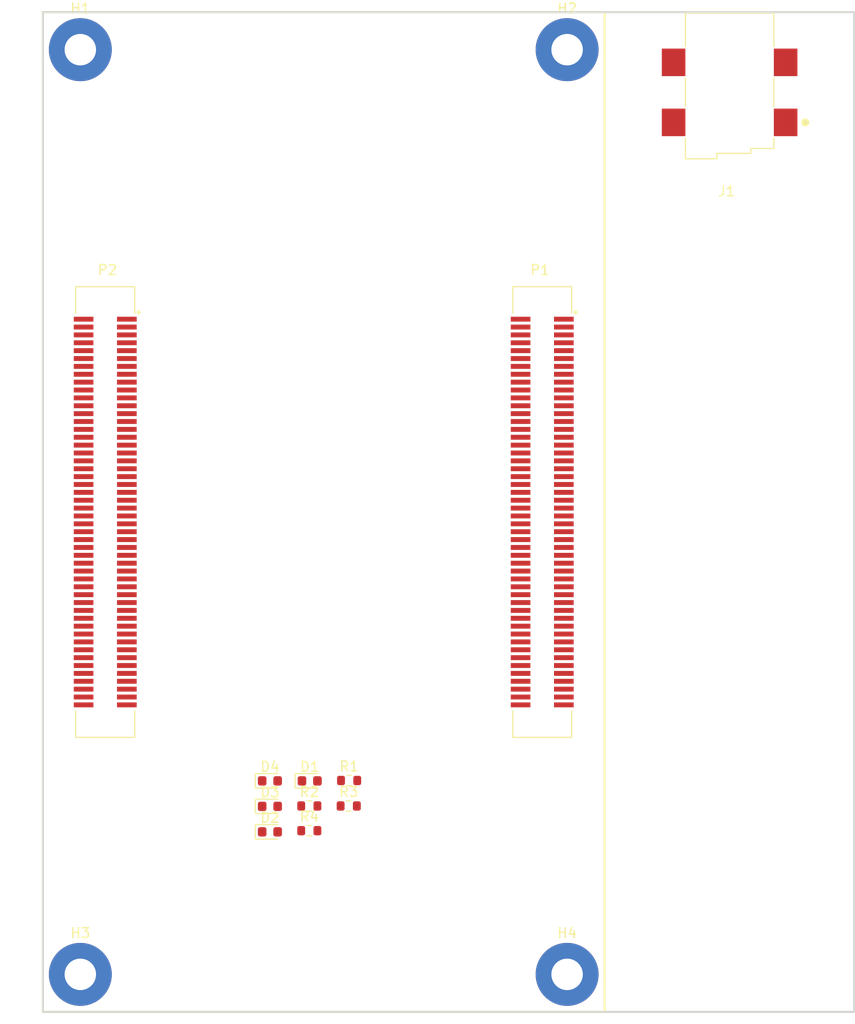
<source format=kicad_pcb>
(kicad_pcb (version 20211014) (generator pcbnew)
  (layers (0 "F.Cu" signal) (31 "B.Cu" signal) (34 "B.Paste" user) (35 "F.Paste" user) (36 "B.SilkS" user "B.Silkscreen") (37 "F.SilkS" user "F.Silkscreen") (38 "B.Mask" user) (39 "F.Mask" user) (44 "Edge.Cuts" user))
  (net 0 "")
  (net 15 "GND")
  (net 16 "/VIN_HDR")
  (net 21 "/VCCIO_EN")
  (net 22 "/PG_MODULE")
  (net 152 "Net-(J1-Pad1A)")
  (footprint "pedrolib:FCI_61083-101400LF" (layer "F.Cu") (at 149.23135 101.6 -90)
    (fp_text reference "P1" (at -24.6 0.23135) (layer "F.SilkS") (effects (font (size 1.003551 1.003551))))
    (fp_text value "61083-101400LF")
    (fp_line (start 20.2 -3) (end 22.9 -3) (layer "F.SilkS") (width 0.127))
    (fp_line (start -22.9 -3) (end -20.2 -3) (layer "F.SilkS") (width 0.127))
    (fp_line (start 22.9 -3) (end 22.9 3) (layer "F.SilkS") (width 0.127))
    (fp_line (start -22.9 3) (end -20.2 3) (layer "F.SilkS") (width 0.127))
    (fp_line (start 22.9 3) (end 20.2 3) (layer "F.SilkS") (width 0.127))
    (fp_line (start -22.9 -3) (end -22.9 3) (layer "F.SilkS") (width 0.127))
    (fp_circle (center -20.3 -3.4) (end -20.2 -3.4) (layer "F.SilkS") (width 0.2) (fill none))
    (pad "" np_thru_hole circle locked (at 22.1 0 270) (size 1.2 1.2) (drill 1.2) (layers *.Cu *.Mask))
    (pad "" np_thru_hole circle locked (at -22.1 0 270) (size 0.8 0.8) (drill 0.8) (layers *.Cu *.Mask))
    (pad "1" smd rect locked (at -19.6 -2.2 270) (size 0.5 2) (layers "F.Cu" "F.Paste" "F.Mask"))
    (pad "2" smd rect locked (at -19.6 2.2) (size 2 0.5) (layers "F.Cu" "F.Paste" "F.Mask"))
    (pad "3" smd rect locked (at -18.8 -2.2 270) (size 0.5 2) (layers "F.Cu" "F.Paste" "F.Mask"))
    (pad "4" smd rect locked (at -18.8 2.2 270) (size 0.5 2) (layers "F.Cu" "F.Paste" "F.Mask"))
    (pad "5" smd rect locked (at -18 -2.2 270) (size 0.5 2) (layers "F.Cu" "F.Paste" "F.Mask"))
    (pad "6" smd rect locked (at -18 2.2 270) (size 0.5 2) (layers "F.Cu" "F.Paste" "F.Mask"))
    (pad "7" smd rect locked (at -17.2 -2.2 270) (size 0.5 2) (layers "F.Cu" "F.Paste" "F.Mask"))
    (pad "8" smd rect locked (at -17.2 2.2 270) (size 0.5 2) (layers "F.Cu" "F.Paste" "F.Mask"))
    (pad "9" smd rect locked (at -16.4 -2.2 270) (size 0.5 2) (layers "F.Cu" "F.Paste" "F.Mask"))
    (pad "10" smd rect locked (at -16.4 2.2 270) (size 0.5 2) (layers "F.Cu" "F.Paste" "F.Mask"))
    (pad "11" smd rect locked (at -15.6 -2.2 270) (size 0.5 2) (layers "F.Cu" "F.Paste" "F.Mask"))
    (pad "12" smd rect locked (at -15.6 2.2 270) (size 0.5 2) (layers "F.Cu" "F.Paste" "F.Mask"))
    (pad "13" smd rect locked (at -14.8 -2.2 270) (size 0.5 2) (layers "F.Cu" "F.Paste" "F.Mask"))
    (pad "14" smd rect locked (at -14.8 2.2 270) (size 0.5 2) (layers "F.Cu" "F.Paste" "F.Mask"))
    (pad "15" smd rect locked (at -14 -2.2 270) (size 0.5 2) (layers "F.Cu" "F.Paste" "F.Mask") (net 15 "GND"))
    (pad "16" smd rect locked (at -14 2.2 270) (size 0.5 2) (layers "F.Cu" "F.Paste" "F.Mask") (net 15 "GND"))
    (pad "17" smd rect locked (at -13.2 -2.2 270) (size 0.5 2) (layers "F.Cu" "F.Paste" "F.Mask"))
    (pad "18" smd rect locked (at -13.2 2.2 270) (size 0.5 2) (layers "F.Cu" "F.Paste" "F.Mask"))
    (pad "19" smd rect locked (at -12.4 -2.2 270) (size 0.5 2) (layers "F.Cu" "F.Paste" "F.Mask"))
    (pad "20" smd rect locked (at -12.4 2.2 270) (size 0.5 2) (layers "F.Cu" "F.Paste" "F.Mask"))
    (pad "21" smd rect locked (at -11.6 -2.2 270) (size 0.5 2) (layers "F.Cu" "F.Paste" "F.Mask") (net 15 "GND"))
    (pad "22" smd rect locked (at -11.6 2.2 270) (size 0.5 2) (layers "F.Cu" "F.Paste" "F.Mask") (net 15 "GND"))
    (pad "23" smd rect locked (at -10.8 -2.2 270) (size 0.5 2) (layers "F.Cu" "F.Paste" "F.Mask"))
    (pad "24" smd rect locked (at -10.8 2.2 270) (size 0.5 2) (layers "F.Cu" "F.Paste" "F.Mask"))
    (pad "25" smd rect locked (at -10 -2.2 270) (size 0.5 2) (layers "F.Cu" "F.Paste" "F.Mask"))
    (pad "26" smd rect locked (at -10 2.2 270) (size 0.5 2) (layers "F.Cu" "F.Paste" "F.Mask"))
    (pad "27" smd rect locked (at -9.2 -2.2 270) (size 0.5 2) (layers "F.Cu" "F.Paste" "F.Mask") (net 15 "GND"))
    (pad "28" smd rect locked (at -9.2 2.2 270) (size 0.5 2) (layers "F.Cu" "F.Paste" "F.Mask") (net 15 "GND"))
    (pad "29" smd rect locked (at -8.4 -2.2 270) (size 0.5 2) (layers "F.Cu" "F.Paste" "F.Mask"))
    (pad "30" smd rect locked (at -8.4 2.2 270) (size 0.5 2) (layers "F.Cu" "F.Paste" "F.Mask"))
    (pad "31" smd rect locked (at -7.6 -2.2 270) (size 0.5 2) (layers "F.Cu" "F.Paste" "F.Mask"))
    (pad "32" smd rect locked (at -7.6 2.2 270) (size 0.5 2) (layers "F.Cu" "F.Paste" "F.Mask"))
    (pad "33" smd rect locked (at -6.8 -2.2 270) (size 0.5 2) (layers "F.Cu" "F.Paste" "F.Mask") (net 15 "GND"))
    (pad "34" smd rect locked (at -6.8 2.2 270) (size 0.5 2) (layers "F.Cu" "F.Paste" "F.Mask") (net 15 "GND"))
    (pad "35" smd rect locked (at -6 -2.2 270) (size 0.5 2) (layers "F.Cu" "F.Paste" "F.Mask"))
    (pad "36" smd rect locked (at -6 2.2 270) (size 0.5 2) (layers "F.Cu" "F.Paste" "F.Mask"))
    (pad "37" smd rect locked (at -5.2 -2.2 270) (size 0.5 2) (layers "F.Cu" "F.Paste" "F.Mask"))
    (pad "38" smd rect locked (at -5.2 2.2 270) (size 0.5 2) (layers "F.Cu" "F.Paste" "F.Mask"))
    (pad "39" smd rect locked (at -4.4 -2.2 270) (size 0.5 2) (layers "F.Cu" "F.Paste" "F.Mask") (net 15 "GND"))
    (pad "40" smd rect locked (at -4.4 2.2 270) (size 0.5 2) (layers "F.Cu" "F.Paste" "F.Mask") (net 15 "GND"))
    (pad "41" smd rect locked (at -3.6 -2.2 270) (size 0.5 2) (layers "F.Cu" "F.Paste" "F.Mask"))
    (pad "42" smd rect locked (at -3.6 2.2 270) (size 0.5 2) (layers "F.Cu" "F.Paste" "F.Mask"))
    (pad "43" smd rect locked (at -2.8 -2.2 270) (size 0.5 2) (layers "F.Cu" "F.Paste" "F.Mask"))
    (pad "44" smd rect locked (at -2.8 2.2 270) (size 0.5 2) (layers "F.Cu" "F.Paste" "F.Mask"))
    (pad "45" smd rect locked (at -2 -2.2 270) (size 0.5 2) (layers "F.Cu" "F.Paste" "F.Mask") (net 15 "GND"))
    (pad "46" smd rect locked (at -2 2.2 270) (size 0.5 2) (layers "F.Cu" "F.Paste" "F.Mask") (net 15 "GND"))
    (pad "47" smd rect locked (at -1.2 -2.2 270) (size 0.5 2) (layers "F.Cu" "F.Paste" "F.Mask"))
    (pad "48" smd rect locked (at -1.2 2.2 270) (size 0.5 2) (layers "F.Cu" "F.Paste" "F.Mask"))
    (pad "49" smd rect locked (at -0.4 -2.2 270) (size 0.5 2) (layers "F.Cu" "F.Paste" "F.Mask"))
    (pad "50" smd rect locked (at -0.4 2.2 270) (size 0.5 2) (layers "F.Cu" "F.Paste" "F.Mask"))
    (pad "51" smd rect locked (at 0.4 -2.2 270) (size 0.5 2) (layers "F.Cu" "F.Paste" "F.Mask") (net 15 "GND"))
    (pad "52" smd rect locked (at 0.4 2.2 270) (size 0.5 2) (layers "F.Cu" "F.Paste" "F.Mask") (net 15 "GND"))
    (pad "53" smd rect locked (at 1.2 -2.2 270) (size 0.5 2) (layers "F.Cu" "F.Paste" "F.Mask"))
    (pad "54" smd rect locked (at 1.2 2.2 270) (size 0.5 2) (layers "F.Cu" "F.Paste" "F.Mask"))
    (pad "55" smd rect locked (at 2 -2.2 270) (size 0.5 2) (layers "F.Cu" "F.Paste" "F.Mask"))
    (pad "56" smd rect locked (at 2 2.2 270) (size 0.5 2) (layers "F.Cu" "F.Paste" "F.Mask"))
    (pad "57" smd rect locked (at 2.8 -2.2 270) (size 0.5 2) (layers "F.Cu" "F.Paste" "F.Mask") (net 16 "/VIN_HDR"))
    (pad "58" smd rect locked (at 2.8 2.2 270) (size 0.5 2) (layers "F.Cu" "F.Paste" "F.Mask") (net 16 "/VIN_HDR"))
    (pad "59" smd rect locked (at 3.6 -2.2 270) (size 0.5 2) (layers "F.Cu" "F.Paste" "F.Mask") (net 16 "/VIN_HDR"))
    (pad "60" smd rect locked (at 3.6 2.2 270) (size 0.5 2) (layers "F.Cu" "F.Paste" "F.Mask") (net 16 "/VIN_HDR"))
    (pad "61" smd rect locked (at 4.4 -2.2 270) (size 0.5 2) (layers "F.Cu" "F.Paste" "F.Mask"))
    (pad "62" smd rect locked (at 4.4 2.2 270) (size 0.5 2) (layers "F.Cu" "F.Paste" "F.Mask"))
    (pad "63" smd rect locked (at 5.2 -2.2 270) (size 0.5 2) (layers "F.Cu" "F.Paste" "F.Mask"))
    (pad "64" smd rect locked (at 5.2 2.2 270) (size 0.5 2) (layers "F.Cu" "F.Paste" "F.Mask"))
    (pad "65" smd rect locked (at 6 -2.2 270) (size 0.5 2) (layers "F.Cu" "F.Paste" "F.Mask") (net 15 "GND"))
    (pad "66" smd rect locked (at 6 2.2 270) (size 0.5 2) (layers "F.Cu" "F.Paste" "F.Mask") (net 15 "GND"))
    (pad "67" smd rect locked (at 6.8 -2.2 270) (size 0.5 2) (layers "F.Cu" "F.Paste" "F.Mask"))
    (pad "68" smd rect locked (at 6.8 2.2 270) (size 0.5 2) (layers "F.Cu" "F.Paste" "F.Mask"))
    (pad "69" smd rect locked (at 7.6 -2.2 270) (size 0.5 2) (layers "F.Cu" "F.Paste" "F.Mask"))
    (pad "70" smd rect locked (at 7.6 2.2 270) (size 0.5 2) (layers "F.Cu" "F.Paste" "F.Mask"))
    (pad "71" smd rect locked (at 8.4 -2.2 270) (size 0.5 2) (layers "F.Cu" "F.Paste" "F.Mask") (net 15 "GND"))
    (pad "72" smd rect locked (at 8.4 2.2 270) (size 0.5 2) (layers "F.Cu" "F.Paste" "F.Mask") (net 15 "GND"))
    (pad "73" smd rect locked (at 9.2 -2.2 270) (size 0.5 2) (layers "F.Cu" "F.Paste" "F.Mask"))
    (pad "74" smd rect locked (at 9.2 2.2 270) (size 0.5 2) (layers "F.Cu" "F.Paste" "F.Mask"))
    (pad "75" smd rect locked (at 10 -2.2 270) (size 0.5 2) (layers "F.Cu" "F.Paste" "F.Mask"))
    (pad "76" smd rect locked (at 10 2.2 270) (size 0.5 2) (layers "F.Cu" "F.Paste" "F.Mask"))
    (pad "77" smd rect locked (at 10.8 -2.2 270) (size 0.5 2) (layers "F.Cu" "F.Paste" "F.Mask") (net 15 "GND"))
    (pad "78" smd rect locked (at 10.8 2.2 270) (size 0.5 2) (layers "F.Cu" "F.Paste" "F.Mask"))
    (pad "79" smd rect locked (at 11.6 -2.2 270) (size 0.5 2) (layers "F.Cu" "F.Paste" "F.Mask"))
    (pad "80" smd rect locked (at 11.6 2.2 270) (size 0.5 2) (layers "F.Cu" "F.Paste" "F.Mask"))
    (pad "81" smd rect locked (at 12.4 -2.2 270) (size 0.5 2) (layers "F.Cu" "F.Paste" "F.Mask"))
    (pad "82" smd rect locked (at 12.4 2.2 270) (size 0.5 2) (layers "F.Cu" "F.Paste" "F.Mask"))
    (pad "83" smd rect locked (at 13.2 -2.2 270) (size 0.5 2) (layers "F.Cu" "F.Paste" "F.Mask"))
    (pad "84" smd rect locked (at 13.2 2.2 270) (size 0.5 2) (layers "F.Cu" "F.Paste" "F.Mask"))
    (pad "85" smd rect locked (at 14 -2.2 270) (size 0.5 2) (layers "F.Cu" "F.Paste" "F.Mask") (net 15 "GND"))
    (pad "86" smd rect locked (at 14 2.2 270) (size 0.5 2) (layers "F.Cu" "F.Paste" "F.Mask") (net 15 "GND"))
    (pad "87" smd rect locked (at 14.8 -2.2 270) (size 0.5 2) (layers "F.Cu" "F.Paste" "F.Mask"))
    (pad "88" smd rect locked (at 14.8 2.2 270) (size 0.5 2) (layers "F.Cu" "F.Paste" "F.Mask"))
    (pad "89" smd rect locked (at 15.6 -2.2 270) (size 0.5 2) (layers "F.Cu" "F.Paste" "F.Mask"))
    (pad "90" smd rect locked (at 15.6 2.2 270) (size 0.5 2) (layers "F.Cu" "F.Paste" "F.Mask"))
    (pad "91" smd rect locked (at 16.4 -2.2 270) (size 0.5 2) (layers "F.Cu" "F.Paste" "F.Mask"))
    (pad "92" smd rect locked (at 16.4 2.2 270) (size 0.5 2) (layers "F.Cu" "F.Paste" "F.Mask"))
    (pad "93" smd rect locked (at 17.2 -2.2 270) (size 0.5 2) (layers "F.Cu" "F.Paste" "F.Mask"))
    (pad "94" smd rect locked (at 17.2 2.2 270) (size 0.5 2) (layers "F.Cu" "F.Paste" "F.Mask"))
    (pad "95" smd rect locked (at 18 -2.2 270) (size 0.5 2) (layers "F.Cu" "F.Paste" "F.Mask") (net 15 "GND"))
    (pad "96" smd rect locked (at 18 2.2 270) (size 0.5 2) (layers "F.Cu" "F.Paste" "F.Mask") (net 15 "GND"))
    (pad "97" smd rect locked (at 18.8 -2.2 270) (size 0.5 2) (layers "F.Cu" "F.Paste" "F.Mask"))
    (pad "98" smd rect locked (at 18.8 2.2 270) (size 0.5 2) (layers "F.Cu" "F.Paste" "F.Mask"))
    (pad "99" smd rect locked (at 19.6 -2.2 270) (size 0.5 2) (layers "F.Cu" "F.Paste" "F.Mask"))
    (pad "100" smd rect locked (at 19.6 2.2 270) (size 0.5 2) (layers "F.Cu" "F.Paste" "F.Mask"))
  )
  (footprint "Resistor_SMD:R_0603_1608Metric" (layer "F.Cu") (at 129.585 128.885)
    (fp_text reference "R1" (at 0 -1.43) (layer "F.SilkS"))
    (fp_text value "R")
    (fp_line (start -0.237258 0.5225) (end 0.237258 0.5225) (layer "F.SilkS") (width 0.12))
    (fp_line (start -0.237258 -0.5225) (end 0.237258 -0.5225) (layer "F.SilkS") (width 0.12))
    (pad "1" smd roundrect (at -0.825 0) (size 0.8 0.95) (layers "F.Cu" "F.Paste" "F.Mask"))
    (pad "2" smd roundrect (at 0.825 0) (size 0.8 0.95) (layers "F.Cu" "F.Paste" "F.Mask"))
  )
  (footprint "LED_SMD:LED_0603_1608Metric" (layer "F.Cu") (at 121.525 128.925)
    (fp_text reference "D4" (at 0 -1.43) (layer "F.SilkS"))
    (fp_text value "LED")
    (fp_line (start 0.8 -0.735) (end -1.485 -0.735) (layer "F.SilkS") (width 0.12))
    (fp_line (start -1.485 0.735) (end 0.8 0.735) (layer "F.SilkS") (width 0.12))
    (fp_line (start -1.485 -0.735) (end -1.485 0.735) (layer "F.SilkS") (width 0.12))
    (pad "1" smd roundrect (at -0.7875 0) (size 0.875 0.95) (layers "F.Cu" "F.Paste" "F.Mask"))
    (pad "2" smd roundrect (at 0.7875 0) (size 0.875 0.95) (layers "F.Cu" "F.Paste" "F.Mask"))
  )
  (footprint "pedrolib:FCI_61083-101400LF" (layer "F.Cu") (at 104.76865 101.6 -90)
    (fp_text reference "P2" (at -24.6 -0.23135) (layer "F.SilkS") (effects (font (size 1.003551 1.003551))))
    (fp_text value "61083-101400LF")
    (fp_line (start 22.9 -3) (end 22.9 3) (layer "F.SilkS") (width 0.127))
    (fp_line (start 20.2 -3) (end 22.9 -3) (layer "F.SilkS") (width 0.127))
    (fp_line (start -22.9 -3) (end -22.9 3) (layer "F.SilkS") (width 0.127))
    (fp_line (start -22.9 -3) (end -20.2 -3) (layer "F.SilkS") (width 0.127))
    (fp_line (start -22.9 3) (end -20.2 3) (layer "F.SilkS") (width 0.127))
    (fp_line (start 22.9 3) (end 20.2 3) (layer "F.SilkS") (width 0.127))
    (fp_circle (center -20.3 -3.4) (end -20.2 -3.4) (layer "F.SilkS") (width 0.2) (fill none))
    (pad "" np_thru_hole circle locked (at -22.1 0 270) (size 0.8 0.8) (drill 0.8) (layers *.Cu *.Mask))
    (pad "" np_thru_hole circle locked (at 22.1 0 270) (size 1.2 1.2) (drill 1.2) (layers *.Cu *.Mask))
    (pad "1" smd rect locked (at -19.6 -2.2 270) (size 0.5 2) (layers "F.Cu" "F.Paste" "F.Mask"))
    (pad "2" smd rect locked (at -19.6 2.2) (size 2 0.5) (layers "F.Cu" "F.Paste" "F.Mask"))
    (pad "3" smd rect locked (at -18.8 -2.2 270) (size 0.5 2) (layers "F.Cu" "F.Paste" "F.Mask"))
    (pad "4" smd rect locked (at -18.8 2.2 270) (size 0.5 2) (layers "F.Cu" "F.Paste" "F.Mask"))
    (pad "5" smd rect locked (at -18 -2.2 270) (size 0.5 2) (layers "F.Cu" "F.Paste" "F.Mask"))
    (pad "6" smd rect locked (at -18 2.2 270) (size 0.5 2) (layers "F.Cu" "F.Paste" "F.Mask"))
    (pad "7" smd rect locked (at -17.2 -2.2 270) (size 0.5 2) (layers "F.Cu" "F.Paste" "F.Mask"))
    (pad "8" smd rect locked (at -17.2 2.2 270) (size 0.5 2) (layers "F.Cu" "F.Paste" "F.Mask"))
    (pad "9" smd rect locked (at -16.4 -2.2 270) (size 0.5 2) (layers "F.Cu" "F.Paste" "F.Mask"))
    (pad "10" smd rect locked (at -16.4 2.2 270) (size 0.5 2) (layers "F.Cu" "F.Paste" "F.Mask") (net 21 "/VCCIO_EN"))
    (pad "11" smd rect locked (at -15.6 -2.2 270) (size 0.5 2) (layers "F.Cu" "F.Paste" "F.Mask") (net 22 "/PG_MODULE"))
    (pad "12" smd rect locked (at -15.6 2.2 270) (size 0.5 2) (layers "F.Cu" "F.Paste" "F.Mask") (net 16 "/VIN_HDR"))
    (pad "13" smd rect locked (at -14.8 -2.2 270) (size 0.5 2) (layers "F.Cu" "F.Paste" "F.Mask"))
    (pad "14" smd rect locked (at -14.8 2.2 270) (size 0.5 2) (layers "F.Cu" "F.Paste" "F.Mask"))
    (pad "15" smd rect locked (at -14 -2.2 270) (size 0.5 2) (layers "F.Cu" "F.Paste" "F.Mask") (net 15 "GND"))
    (pad "16" smd rect locked (at -14 2.2 270) (size 0.5 2) (layers "F.Cu" "F.Paste" "F.Mask") (net 15 "GND"))
    (pad "17" smd rect locked (at -13.2 -2.2 270) (size 0.5 2) (layers "F.Cu" "F.Paste" "F.Mask"))
    (pad "18" smd rect locked (at -13.2 2.2 270) (size 0.5 2) (layers "F.Cu" "F.Paste" "F.Mask"))
    (pad "19" smd rect locked (at -12.4 -2.2 270) (size 0.5 2) (layers "F.Cu" "F.Paste" "F.Mask"))
    (pad "20" smd rect locked (at -12.4 2.2 270) (size 0.5 2) (layers "F.Cu" "F.Paste" "F.Mask"))
    (pad "21" smd rect locked (at -11.6 -2.2 270) (size 0.5 2) (layers "F.Cu" "F.Paste" "F.Mask") (net 15 "GND"))
    (pad "22" smd rect locked (at -11.6 2.2 270) (size 0.5 2) (layers "F.Cu" "F.Paste" "F.Mask") (net 15 "GND"))
    (pad "23" smd rect locked (at -10.8 -2.2 270) (size 0.5 2) (layers "F.Cu" "F.Paste" "F.Mask"))
    (pad "24" smd rect locked (at -10.8 2.2 270) (size 0.5 2) (layers "F.Cu" "F.Paste" "F.Mask"))
    (pad "25" smd rect locked (at -10 -2.2 270) (size 0.5 2) (layers "F.Cu" "F.Paste" "F.Mask"))
    (pad "26" smd rect locked (at -10 2.2 270) (size 0.5 2) (layers "F.Cu" "F.Paste" "F.Mask"))
    (pad "27" smd rect locked (at -9.2 -2.2 270) (size 0.5 2) (layers "F.Cu" "F.Paste" "F.Mask") (net 15 "GND"))
    (pad "28" smd rect locked (at -9.2 2.2 270) (size 0.5 2) (layers "F.Cu" "F.Paste" "F.Mask") (net 15 "GND"))
    (pad "29" smd rect locked (at -8.4 -2.2 270) (size 0.5 2) (layers "F.Cu" "F.Paste" "F.Mask"))
    (pad "30" smd rect locked (at -8.4 2.2 270) (size 0.5 2) (layers "F.Cu" "F.Paste" "F.Mask"))
    (pad "31" smd rect locked (at -7.6 -2.2 270) (size 0.5 2) (layers "F.Cu" "F.Paste" "F.Mask"))
    (pad "32" smd rect locked (at -7.6 2.2 270) (size 0.5 2) (layers "F.Cu" "F.Paste" "F.Mask"))
    (pad "33" smd rect locked (at -6.8 -2.2 270) (size 0.5 2) (layers "F.Cu" "F.Paste" "F.Mask") (net 15 "GND"))
    (pad "34" smd rect locked (at -6.8 2.2 270) (size 0.5 2) (layers "F.Cu" "F.Paste" "F.Mask") (net 15 "GND"))
    (pad "35" smd rect locked (at -6 -2.2 270) (size 0.5 2) (layers "F.Cu" "F.Paste" "F.Mask"))
    (pad "36" smd rect locked (at -6 2.2 270) (size 0.5 2) (layers "F.Cu" "F.Paste" "F.Mask"))
    (pad "37" smd rect locked (at -5.2 -2.2 270) (size 0.5 2) (layers "F.Cu" "F.Paste" "F.Mask"))
    (pad "38" smd rect locked (at -5.2 2.2 270) (size 0.5 2) (layers "F.Cu" "F.Paste" "F.Mask"))
    (pad "39" smd rect locked (at -4.4 -2.2 270) (size 0.5 2) (layers "F.Cu" "F.Paste" "F.Mask") (net 15 "GND"))
    (pad "40" smd rect locked (at -4.4 2.2 270) (size 0.5 2) (layers "F.Cu" "F.Paste" "F.Mask") (net 15 "GND"))
    (pad "41" smd rect locked (at -3.6 -2.2 270) (size 0.5 2) (layers "F.Cu" "F.Paste" "F.Mask"))
    (pad "42" smd rect locked (at -3.6 2.2 270) (size 0.5 2) (layers "F.Cu" "F.Paste" "F.Mask"))
    (pad "43" smd rect locked (at -2.8 -2.2 270) (size 0.5 2) (layers "F.Cu" "F.Paste" "F.Mask"))
    (pad "44" smd rect locked (at -2.8 2.2 270) (size 0.5 2) (layers "F.Cu" "F.Paste" "F.Mask"))
    (pad "45" smd rect locked (at -2 -2.2 270) (size 0.5 2) (layers "F.Cu" "F.Paste" "F.Mask") (net 15 "GND"))
    (pad "46" smd rect locked (at -2 2.2 270) (size 0.5 2) (layers "F.Cu" "F.Paste" "F.Mask") (net 15 "GND"))
    (pad "47" smd rect locked (at -1.2 -2.2 270) (size 0.5 2) (layers "F.Cu" "F.Paste" "F.Mask"))
    (pad "48" smd rect locked (at -1.2 2.2 270) (size 0.5 2) (layers "F.Cu" "F.Paste" "F.Mask"))
    (pad "49" smd rect locked (at -0.4 -2.2 270) (size 0.5 2) (layers "F.Cu" "F.Paste" "F.Mask"))
    (pad "50" smd rect locked (at -0.4 2.2 270) (size 0.5 2) (layers "F.Cu" "F.Paste" "F.Mask"))
    (pad "51" smd rect locked (at 0.4 -2.2 270) (size 0.5 2) (layers "F.Cu" "F.Paste" "F.Mask") (net 15 "GND"))
    (pad "52" smd rect locked (at 0.4 2.2 270) (size 0.5 2) (layers "F.Cu" "F.Paste" "F.Mask") (net 15 "GND"))
    (pad "53" smd rect locked (at 1.2 -2.2 270) (size 0.5 2) (layers "F.Cu" "F.Paste" "F.Mask"))
    (pad "54" smd rect locked (at 1.2 2.2 270) (size 0.5 2) (layers "F.Cu" "F.Paste" "F.Mask"))
    (pad "55" smd rect locked (at 2 -2.2 270) (size 0.5 2) (layers "F.Cu" "F.Paste" "F.Mask"))
    (pad "56" smd rect locked (at 2 2.2 270) (size 0.5 2) (layers "F.Cu" "F.Paste" "F.Mask"))
    (pad "57" smd rect locked (at 2.8 -2.2 270) (size 0.5 2) (layers "F.Cu" "F.Paste" "F.Mask") (net 16 "/VIN_HDR"))
    (pad "58" smd rect locked (at 2.8 2.2 270) (size 0.5 2) (layers "F.Cu" "F.Paste" "F.Mask") (net 16 "/VIN_HDR"))
    (pad "59" smd rect locked (at 3.6 -2.2 270) (size 0.5 2) (layers "F.Cu" "F.Paste" "F.Mask") (net 16 "/VIN_HDR"))
    (pad "60" smd rect locked (at 3.6 2.2 270) (size 0.5 2) (layers "F.Cu" "F.Paste" "F.Mask") (net 16 "/VIN_HDR"))
    (pad "61" smd rect locked (at 4.4 -2.2 270) (size 0.5 2) (layers "F.Cu" "F.Paste" "F.Mask"))
    (pad "62" smd rect locked (at 4.4 2.2 270) (size 0.5 2) (layers "F.Cu" "F.Paste" "F.Mask"))
    (pad "63" smd rect locked (at 5.2 -2.2 270) (size 0.5 2) (layers "F.Cu" "F.Paste" "F.Mask"))
    (pad "64" smd rect locked (at 5.2 2.2 270) (size 0.5 2) (layers "F.Cu" "F.Paste" "F.Mask"))
    (pad "65" smd rect locked (at 6 -2.2 270) (size 0.5 2) (layers "F.Cu" "F.Paste" "F.Mask") (net 15 "GND"))
    (pad "66" smd rect locked (at 6 2.2 270) (size 0.5 2) (layers "F.Cu" "F.Paste" "F.Mask") (net 15 "GND"))
    (pad "67" smd rect locked (at 6.8 -2.2 270) (size 0.5 2) (layers "F.Cu" "F.Paste" "F.Mask"))
    (pad "68" smd rect locked (at 6.8 2.2 270) (size 0.5 2) (layers "F.Cu" "F.Paste" "F.Mask"))
    (pad "69" smd rect locked (at 7.6 -2.2 270) (size 0.5 2) (layers "F.Cu" "F.Paste" "F.Mask"))
    (pad "70" smd rect locked (at 7.6 2.2 270) (size 0.5 2) (layers "F.Cu" "F.Paste" "F.Mask"))
    (pad "71" smd rect locked (at 8.4 -2.2 270) (size 0.5 2) (layers "F.Cu" "F.Paste" "F.Mask") (net 15 "GND"))
    (pad "72" smd rect locked (at 8.4 2.2 270) (size 0.5 2) (layers "F.Cu" "F.Paste" "F.Mask") (net 15 "GND"))
    (pad "73" smd rect locked (at 9.2 -2.2 270) (size 0.5 2) (layers "F.Cu" "F.Paste" "F.Mask"))
    (pad "74" smd rect locked (at 9.2 2.2 270) (size 0.5 2) (layers "F.Cu" "F.Paste" "F.Mask"))
    (pad "75" smd rect locked (at 10 -2.2 270) (size 0.5 2) (layers "F.Cu" "F.Paste" "F.Mask"))
    (pad "76" smd rect locked (at 10 2.2 270) (size 0.5 2) (layers "F.Cu" "F.Paste" "F.Mask"))
    (pad "77" smd rect locked (at 10.8 -2.2 270) (size 0.5 2) (layers "F.Cu" "F.Paste" "F.Mask") (net 15 "GND"))
    (pad "78" smd rect locked (at 10.8 2.2 270) (size 0.5 2) (layers "F.Cu" "F.Paste" "F.Mask"))
    (pad "79" smd rect locked (at 11.6 -2.2 270) (size 0.5 2) (layers "F.Cu" "F.Paste" "F.Mask"))
    (pad "80" smd rect locked (at 11.6 2.2 270) (size 0.5 2) (layers "F.Cu" "F.Paste" "F.Mask"))
    (pad "81" smd rect locked (at 12.4 -2.2 270) (size 0.5 2) (layers "F.Cu" "F.Paste" "F.Mask"))
    (pad "82" smd rect locked (at 12.4 2.2 270) (size 0.5 2) (layers "F.Cu" "F.Paste" "F.Mask"))
    (pad "83" smd rect locked (at 13.2 -2.2 270) (size 0.5 2) (layers "F.Cu" "F.Paste" "F.Mask"))
    (pad "84" smd rect locked (at 13.2 2.2 270) (size 0.5 2) (layers "F.Cu" "F.Paste" "F.Mask"))
    (pad "85" smd rect locked (at 14 -2.2 270) (size 0.5 2) (layers "F.Cu" "F.Paste" "F.Mask") (net 15 "GND"))
    (pad "86" smd rect locked (at 14 2.2 270) (size 0.5 2) (layers "F.Cu" "F.Paste" "F.Mask") (net 15 "GND"))
    (pad "87" smd rect locked (at 14.8 -2.2 270) (size 0.5 2) (layers "F.Cu" "F.Paste" "F.Mask"))
    (pad "88" smd rect locked (at 14.8 2.2 270) (size 0.5 2) (layers "F.Cu" "F.Paste" "F.Mask"))
    (pad "89" smd rect locked (at 15.6 -2.2 270) (size 0.5 2) (layers "F.Cu" "F.Paste" "F.Mask"))
    (pad "90" smd rect locked (at 15.6 2.2 270) (size 0.5 2) (layers "F.Cu" "F.Paste" "F.Mask"))
    (pad "91" smd rect locked (at 16.4 -2.2 270) (size 0.5 2) (layers "F.Cu" "F.Paste" "F.Mask"))
    (pad "92" smd rect locked (at 16.4 2.2 270) (size 0.5 2) (layers "F.Cu" "F.Paste" "F.Mask"))
    (pad "93" smd rect locked (at 17.2 -2.2 270) (size 0.5 2) (layers "F.Cu" "F.Paste" "F.Mask"))
    (pad "94" smd rect locked (at 17.2 2.2 270) (size 0.5 2) (layers "F.Cu" "F.Paste" "F.Mask"))
    (pad "95" smd rect locked (at 18 -2.2 270) (size 0.5 2) (layers "F.Cu" "F.Paste" "F.Mask") (net 15 "GND"))
    (pad "96" smd rect locked (at 18 2.2 270) (size 0.5 2) (layers "F.Cu" "F.Paste" "F.Mask") (net 15 "GND"))
    (pad "97" smd rect locked (at 18.8 -2.2 270) (size 0.5 2) (layers "F.Cu" "F.Paste" "F.Mask"))
    (pad "98" smd rect locked (at 18.8 2.2 270) (size 0.5 2) (layers "F.Cu" "F.Paste" "F.Mask"))
    (pad "99" smd rect locked (at 19.6 -2.2 270) (size 0.5 2) (layers "F.Cu" "F.Paste" "F.Mask"))
    (pad "100" smd rect locked (at 19.6 2.2 270) (size 0.5 2) (layers "F.Cu" "F.Paste" "F.Mask"))
  )
  (footprint "Resistor_SMD:R_0603_1608Metric" (layer "F.Cu") (at 125.535 133.985)
    (fp_text reference "R4" (at 0 -1.43) (layer "F.SilkS"))
    (fp_text value "R")
    (fp_line (start -0.237258 0.5225) (end 0.237258 0.5225) (layer "F.SilkS") (width 0.12))
    (fp_line (start -0.237258 -0.5225) (end 0.237258 -0.5225) (layer "F.SilkS") (width 0.12))
    (pad "1" smd roundrect (at -0.825 0) (size 0.8 0.95) (layers "F.Cu" "F.Paste" "F.Mask"))
    (pad "2" smd roundrect (at 0.825 0) (size 0.8 0.95) (layers "F.Cu" "F.Paste" "F.Mask"))
  )
  (footprint "LED_SMD:LED_0603_1608Metric" (layer "F.Cu") (at 121.525 131.515)
    (fp_text reference "D3" (at 0 -1.43) (layer "F.SilkS"))
    (fp_text value "LED")
    (fp_line (start 0.8 -0.735) (end -1.485 -0.735) (layer "F.SilkS") (width 0.12))
    (fp_line (start -1.485 0.735) (end 0.8 0.735) (layer "F.SilkS") (width 0.12))
    (fp_line (start -1.485 -0.735) (end -1.485 0.735) (layer "F.SilkS") (width 0.12))
    (pad "1" smd roundrect (at -0.7875 0) (size 0.875 0.95) (layers "F.Cu" "F.Paste" "F.Mask"))
    (pad "2" smd roundrect (at 0.7875 0) (size 0.875 0.95) (layers "F.Cu" "F.Paste" "F.Mask"))
  )
  (footprint "Resistor_SMD:R_0603_1608Metric" (layer "F.Cu") (at 129.545 131.475)
    (fp_text reference "R3" (at 0 -1.43) (layer "F.SilkS"))
    (fp_text value "R")
    (fp_line (start -0.237258 -0.5225) (end 0.237258 -0.5225) (layer "F.SilkS") (width 0.12))
    (fp_line (start -0.237258 0.5225) (end 0.237258 0.5225) (layer "F.SilkS") (width 0.12))
    (pad "1" smd roundrect (at -0.825 0) (size 0.8 0.95) (layers "F.Cu" "F.Paste" "F.Mask"))
    (pad "2" smd roundrect (at 0.825 0) (size 0.8 0.95) (layers "F.Cu" "F.Paste" "F.Mask"))
  )
  (footprint "LED_SMD:LED_0603_1608Metric" (layer "F.Cu") (at 125.575 128.925)
    (fp_text reference "D1" (at 0 -1.43) (layer "F.SilkS"))
    (fp_text value "LED")
    (fp_line (start -1.485 -0.735) (end -1.485 0.735) (layer "F.SilkS") (width 0.12))
    (fp_line (start 0.8 -0.735) (end -1.485 -0.735) (layer "F.SilkS") (width 0.12))
    (fp_line (start -1.485 0.735) (end 0.8 0.735) (layer "F.SilkS") (width 0.12))
    (pad "1" smd roundrect (at -0.7875 0) (size 0.875 0.95) (layers "F.Cu" "F.Paste" "F.Mask"))
    (pad "2" smd roundrect (at 0.7875 0) (size 0.875 0.95) (layers "F.Cu" "F.Paste" "F.Mask"))
  )
  (footprint "MountingHole:MountingHole_3.2mm_M3_Pad" (layer "F.Cu") (at 151.765 54.61)
    (fp_text reference "H2" (at 0 -4.2) (layer "F.SilkS"))
    (fp_text value "microzed_mount_hole")
    (pad "1" thru_hole circle locked (at 0 0) (size 6.4 6.4) (drill 3.2) (layers *.Cu *.Mask))
  )
  (footprint "MountingHole:MountingHole_3.2mm_M3_Pad" (layer "F.Cu") (at 102.235 148.59)
    (fp_text reference "H3" (at 0 -4.2) (layer "F.SilkS"))
    (fp_text value "microzed_mount_hole")
    (pad "1" thru_hole circle locked (at 0 0) (size 6.4 6.4) (drill 3.2) (layers *.Cu *.Mask))
  )
  (footprint "MountingHole:MountingHole_3.2mm_M3_Pad" (layer "F.Cu") (at 151.765 148.59)
    (fp_text reference "H4" (at 0 -4.2) (layer "F.SilkS"))
    (fp_text value "microzed_mount_hole")
    (pad "1" thru_hole circle locked (at 0 0) (size 6.4 6.4) (drill 3.2) (layers *.Cu *.Mask))
  )
  (footprint "Resistor_SMD:R_0603_1608Metric" (layer "F.Cu") (at 125.535 131.475)
    (fp_text reference "R2" (at 0 -1.43) (layer "F.SilkS"))
    (fp_text value "R")
    (fp_line (start -0.237258 0.5225) (end 0.237258 0.5225) (layer "F.SilkS") (width 0.12))
    (fp_line (start -0.237258 -0.5225) (end 0.237258 -0.5225) (layer "F.SilkS") (width 0.12))
    (pad "1" smd roundrect (at -0.825 0) (size 0.8 0.95) (layers "F.Cu" "F.Paste" "F.Mask"))
    (pad "2" smd roundrect (at 0.825 0) (size 0.8 0.95) (layers "F.Cu" "F.Paste" "F.Mask"))
  )
  (footprint "MountingHole:MountingHole_3.2mm_M3_Pad" (layer "F.Cu") (at 102.235 54.61)
    (fp_text reference "H1" (at 0 -4.2) (layer "F.SilkS"))
    (fp_text value "microzed_mount_hole")
    (pad "1" thru_hole circle locked (at 0 0) (size 6.4 6.4) (drill 3.2) (layers *.Cu *.Mask))
  )
  (footprint "pedrolib:CUI_PJ-002AH-SMT-TR" (layer "F.Cu") (at 174 62 -90)
    (fp_text reference "J1" (at 7 6 180) (layer "F.SilkS") (effects (font (size 1.000976 1.000976))))
    (fp_text value "PJ-002AH-SMT-TR")
    (fp_line (start -11.1 10.2) (end -7.7 10.2) (layer "F.SilkS") (width 0.127))
    (fp_line (start 1.6 10.2) (end 3.7 10.2) (layer "F.SilkS") (width 0.127))
    (fp_line (start -1.6 1.2) (end -4.5 1.2) (layer "F.SilkS") (width 0.127))
    (fp_line (start 2.65 1.2) (end 1.6 1.2) (layer "F.SilkS") (width 0.127))
    (fp_line (start -7.7 1.2) (end -11.1 1.2) (layer "F.SilkS") (width 0.127))
    (fp_line (start 3.15 7) (end 3.15 3.55) (layer "F.SilkS") (width 0.127))
    (fp_line (start 3.15 3.55) (end 2.65 3.55) (layer "F.SilkS") (width 0.127))
    (fp_line (start -11.1 1.2) (end -11.1 10.2) (layer "F.SilkS") (width 0.127))
    (fp_line (start 2.65 3.55) (end 2.65 1.2) (layer "F.SilkS") (width 0.127))
    (fp_line (start 3.7 7) (end 3.15 7) (layer "F.SilkS") (width 0.127))
    (fp_line (start 3.7 10.2) (end 3.7 7) (layer "F.SilkS") (width 0.127))
    (fp_line (start -4.5 10.2) (end -1.6 10.2) (layer "F.SilkS") (width 0.127))
    (fp_circle (center 0 -1.99) (end 0.2 -1.99) (layer "F.SilkS") (width 0.4) (fill none))
    (pad "" np_thru_hole circle (at -6.1 5.7 270) (size 1.7 1.7) (drill 1.7) (layers *.Cu *.Mask))
    (pad "" np_thru_hole circle (at -1.6 5.7 270) (size 1.8 1.8) (drill 1.8) (layers *.Cu *.Mask))
    (pad "1A" smd rect (at 0 0 270) (size 2.8 2.4) (layers "F.Cu" "F.Paste" "F.Mask") (net 152 "Net-(J1-Pad1A)"))
    (pad "1B" smd rect (at -6.1 0 270) (size 2.8 2.4) (layers "F.Cu" "F.Paste" "F.Mask") (net 152 "Net-(J1-Pad1A)"))
    (pad "2" smd rect (at -6.1 11.4 270) (size 2.8 2.4) (layers "F.Cu" "F.Paste" "F.Mask"))
    (pad "3" smd rect (at 0 11.4 270) (size 2.8 2.4) (layers "F.Cu" "F.Paste" "F.Mask"))
  )
  (footprint "LED_SMD:LED_0603_1608Metric" (layer "F.Cu") (at 121.525 134.105)
    (fp_text reference "D2" (at 0 -1.43) (layer "F.SilkS"))
    (fp_text value "LED")
    (fp_line (start -1.485 -0.735) (end -1.485 0.735) (layer "F.SilkS") (width 0.12))
    (fp_line (start -1.485 0.735) (end 0.8 0.735) (layer "F.SilkS") (width 0.12))
    (fp_line (start 0.8 -0.735) (end -1.485 -0.735) (layer "F.SilkS") (width 0.12))
    (pad "1" smd roundrect (at -0.7875 0) (size 0.875 0.95) (layers "F.Cu" "F.Paste" "F.Mask"))
    (pad "2" smd roundrect (at 0.7875 0) (size 0.875 0.95) (layers "F.Cu" "F.Paste" "F.Mask"))
  )
  (gr_line locked (start 155.575 152.4) (end 98.425 152.4) (layer "F.SilkS") (width 0.2))
  (gr_rect locked (start 155.575 50.8) (end 155.575 152.4) (layer "F.SilkS") (width 0.2) (fill none))
  (gr_line locked (start 155.575 50.8) (end 98.425 50.8) (layer "F.SilkS") (width 0.2))
  (gr_rect locked (start 98.425 50.8) (end 98.425 152.4) (layer "F.SilkS") (width 0.2) (fill none))
  (gr_rect (start 98.425 50.8) (end 180.975 152.4) (layer "Edge.Cuts") (width 0.2) (fill none))
)
</source>
